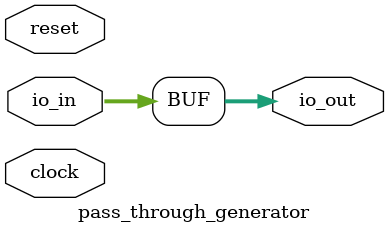
<source format=v>
module pass_through_generator( // @[:@3.2]
  input         clock, // @[:@4.4]
  input         reset, // @[:@5.4]
  input  [19:0] io_in, // @[:@6.4]
  output [19:0] io_out // @[:@6.4]
);
  assign io_out = io_in; // @[first_module.scala 12:10:@8.4]
endmodule

</source>
